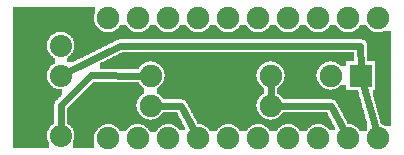
<source format=gbl>
G04 MADE WITH FRITZING*
G04 WWW.FRITZING.ORG*
G04 DOUBLE SIDED*
G04 HOLES PLATED*
G04 CONTOUR ON CENTER OF CONTOUR VECTOR*
%ASAXBY*%
%FSLAX23Y23*%
%MOIN*%
%OFA0B0*%
%SFA1.0B1.0*%
%ADD10C,0.075000*%
%ADD11C,0.073749*%
%ADD12C,0.075334*%
%ADD13R,0.075000X0.075000*%
%ADD14C,0.024000*%
%LNCOPPER0*%
G90*
G70*
G54D10*
X104Y351D03*
X610Y262D03*
X318Y201D03*
G54D11*
X198Y381D03*
X198Y281D03*
X198Y81D03*
G54D10*
X498Y281D03*
X898Y281D03*
X498Y181D03*
X898Y181D03*
G54D12*
X556Y472D03*
X656Y472D03*
X756Y472D03*
X856Y472D03*
X956Y472D03*
X1056Y472D03*
X1156Y472D03*
X1256Y472D03*
X656Y72D03*
X756Y72D03*
X856Y72D03*
X956Y72D03*
X1056Y72D03*
X1156Y72D03*
X1256Y72D03*
X556Y72D03*
X456Y472D03*
X455Y72D03*
X356Y472D03*
X356Y72D03*
G54D10*
X1198Y281D03*
X1098Y281D03*
G54D13*
X1198Y281D03*
G54D14*
X598Y181D02*
X527Y181D01*
D02*
X641Y100D02*
X598Y181D01*
D02*
X898Y253D02*
X898Y210D01*
D02*
X1141Y100D02*
X1098Y181D01*
D02*
X1098Y181D02*
X927Y181D01*
D02*
X227Y296D02*
X397Y380D01*
D02*
X397Y380D02*
X1197Y381D01*
D02*
X1197Y381D02*
X1198Y310D01*
D02*
X198Y182D02*
X298Y282D01*
D02*
X298Y282D02*
X469Y281D01*
D02*
X198Y113D02*
X198Y182D01*
D02*
X1206Y254D02*
X1248Y103D01*
G36*
X40Y511D02*
X40Y427D01*
X210Y427D01*
X210Y425D01*
X346Y425D01*
X346Y427D01*
X340Y427D01*
X340Y429D01*
X336Y429D01*
X336Y431D01*
X332Y431D01*
X332Y433D01*
X330Y433D01*
X330Y435D01*
X328Y435D01*
X328Y437D01*
X326Y437D01*
X326Y439D01*
X322Y439D01*
X322Y443D01*
X320Y443D01*
X320Y445D01*
X318Y445D01*
X318Y447D01*
X316Y447D01*
X316Y451D01*
X314Y451D01*
X314Y455D01*
X312Y455D01*
X312Y459D01*
X310Y459D01*
X310Y467D01*
X308Y467D01*
X308Y477D01*
X310Y477D01*
X310Y485D01*
X312Y485D01*
X312Y491D01*
X314Y491D01*
X314Y511D01*
X40Y511D01*
G37*
D02*
G36*
X396Y449D02*
X396Y447D01*
X394Y447D01*
X394Y445D01*
X392Y445D01*
X392Y441D01*
X390Y441D01*
X390Y439D01*
X388Y439D01*
X388Y437D01*
X384Y437D01*
X384Y435D01*
X382Y435D01*
X382Y433D01*
X380Y433D01*
X380Y431D01*
X376Y431D01*
X376Y429D01*
X372Y429D01*
X372Y427D01*
X366Y427D01*
X366Y425D01*
X446Y425D01*
X446Y427D01*
X440Y427D01*
X440Y429D01*
X436Y429D01*
X436Y431D01*
X432Y431D01*
X432Y433D01*
X430Y433D01*
X430Y435D01*
X428Y435D01*
X428Y437D01*
X426Y437D01*
X426Y439D01*
X422Y439D01*
X422Y443D01*
X420Y443D01*
X420Y445D01*
X418Y445D01*
X418Y447D01*
X416Y447D01*
X416Y449D01*
X396Y449D01*
G37*
D02*
G36*
X496Y449D02*
X496Y447D01*
X494Y447D01*
X494Y445D01*
X492Y445D01*
X492Y441D01*
X490Y441D01*
X490Y439D01*
X488Y439D01*
X488Y437D01*
X484Y437D01*
X484Y435D01*
X482Y435D01*
X482Y433D01*
X480Y433D01*
X480Y431D01*
X476Y431D01*
X476Y429D01*
X472Y429D01*
X472Y427D01*
X466Y427D01*
X466Y425D01*
X546Y425D01*
X546Y427D01*
X540Y427D01*
X540Y429D01*
X536Y429D01*
X536Y431D01*
X532Y431D01*
X532Y433D01*
X530Y433D01*
X530Y435D01*
X528Y435D01*
X528Y437D01*
X526Y437D01*
X526Y439D01*
X522Y439D01*
X522Y443D01*
X520Y443D01*
X520Y445D01*
X518Y445D01*
X518Y447D01*
X516Y447D01*
X516Y449D01*
X496Y449D01*
G37*
D02*
G36*
X596Y449D02*
X596Y447D01*
X594Y447D01*
X594Y445D01*
X592Y445D01*
X592Y441D01*
X590Y441D01*
X590Y439D01*
X588Y439D01*
X588Y437D01*
X584Y437D01*
X584Y435D01*
X582Y435D01*
X582Y433D01*
X580Y433D01*
X580Y431D01*
X576Y431D01*
X576Y429D01*
X572Y429D01*
X572Y427D01*
X566Y427D01*
X566Y425D01*
X646Y425D01*
X646Y427D01*
X640Y427D01*
X640Y429D01*
X636Y429D01*
X636Y431D01*
X632Y431D01*
X632Y433D01*
X630Y433D01*
X630Y435D01*
X628Y435D01*
X628Y437D01*
X626Y437D01*
X626Y439D01*
X622Y439D01*
X622Y443D01*
X620Y443D01*
X620Y445D01*
X618Y445D01*
X618Y447D01*
X616Y447D01*
X616Y449D01*
X596Y449D01*
G37*
D02*
G36*
X696Y449D02*
X696Y447D01*
X694Y447D01*
X694Y445D01*
X692Y445D01*
X692Y441D01*
X690Y441D01*
X690Y439D01*
X688Y439D01*
X688Y437D01*
X684Y437D01*
X684Y435D01*
X682Y435D01*
X682Y433D01*
X680Y433D01*
X680Y431D01*
X676Y431D01*
X676Y429D01*
X672Y429D01*
X672Y427D01*
X666Y427D01*
X666Y425D01*
X746Y425D01*
X746Y427D01*
X740Y427D01*
X740Y429D01*
X736Y429D01*
X736Y431D01*
X732Y431D01*
X732Y433D01*
X730Y433D01*
X730Y435D01*
X728Y435D01*
X728Y437D01*
X726Y437D01*
X726Y439D01*
X722Y439D01*
X722Y443D01*
X720Y443D01*
X720Y445D01*
X718Y445D01*
X718Y447D01*
X716Y447D01*
X716Y449D01*
X696Y449D01*
G37*
D02*
G36*
X796Y449D02*
X796Y447D01*
X794Y447D01*
X794Y445D01*
X792Y445D01*
X792Y441D01*
X790Y441D01*
X790Y439D01*
X788Y439D01*
X788Y437D01*
X784Y437D01*
X784Y435D01*
X782Y435D01*
X782Y433D01*
X780Y433D01*
X780Y431D01*
X776Y431D01*
X776Y429D01*
X772Y429D01*
X772Y427D01*
X766Y427D01*
X766Y425D01*
X846Y425D01*
X846Y427D01*
X840Y427D01*
X840Y429D01*
X836Y429D01*
X836Y431D01*
X832Y431D01*
X832Y433D01*
X830Y433D01*
X830Y435D01*
X828Y435D01*
X828Y437D01*
X826Y437D01*
X826Y439D01*
X822Y439D01*
X822Y443D01*
X820Y443D01*
X820Y445D01*
X818Y445D01*
X818Y447D01*
X816Y447D01*
X816Y449D01*
X796Y449D01*
G37*
D02*
G36*
X896Y449D02*
X896Y447D01*
X894Y447D01*
X894Y445D01*
X892Y445D01*
X892Y441D01*
X890Y441D01*
X890Y439D01*
X888Y439D01*
X888Y437D01*
X884Y437D01*
X884Y435D01*
X882Y435D01*
X882Y433D01*
X880Y433D01*
X880Y431D01*
X876Y431D01*
X876Y429D01*
X872Y429D01*
X872Y427D01*
X866Y427D01*
X866Y425D01*
X946Y425D01*
X946Y427D01*
X940Y427D01*
X940Y429D01*
X936Y429D01*
X936Y431D01*
X932Y431D01*
X932Y433D01*
X930Y433D01*
X930Y435D01*
X928Y435D01*
X928Y437D01*
X926Y437D01*
X926Y439D01*
X922Y439D01*
X922Y443D01*
X920Y443D01*
X920Y445D01*
X918Y445D01*
X918Y447D01*
X916Y447D01*
X916Y449D01*
X896Y449D01*
G37*
D02*
G36*
X996Y449D02*
X996Y447D01*
X994Y447D01*
X994Y445D01*
X992Y445D01*
X992Y441D01*
X990Y441D01*
X990Y439D01*
X988Y439D01*
X988Y437D01*
X984Y437D01*
X984Y435D01*
X982Y435D01*
X982Y433D01*
X980Y433D01*
X980Y431D01*
X976Y431D01*
X976Y429D01*
X972Y429D01*
X972Y427D01*
X966Y427D01*
X966Y425D01*
X1046Y425D01*
X1046Y427D01*
X1040Y427D01*
X1040Y429D01*
X1036Y429D01*
X1036Y431D01*
X1032Y431D01*
X1032Y433D01*
X1030Y433D01*
X1030Y435D01*
X1028Y435D01*
X1028Y437D01*
X1026Y437D01*
X1026Y439D01*
X1022Y439D01*
X1022Y443D01*
X1020Y443D01*
X1020Y445D01*
X1018Y445D01*
X1018Y447D01*
X1016Y447D01*
X1016Y449D01*
X996Y449D01*
G37*
D02*
G36*
X1096Y449D02*
X1096Y447D01*
X1094Y447D01*
X1094Y445D01*
X1092Y445D01*
X1092Y441D01*
X1090Y441D01*
X1090Y439D01*
X1088Y439D01*
X1088Y437D01*
X1084Y437D01*
X1084Y435D01*
X1082Y435D01*
X1082Y433D01*
X1080Y433D01*
X1080Y431D01*
X1076Y431D01*
X1076Y429D01*
X1072Y429D01*
X1072Y427D01*
X1066Y427D01*
X1066Y425D01*
X1146Y425D01*
X1146Y427D01*
X1140Y427D01*
X1140Y429D01*
X1136Y429D01*
X1136Y431D01*
X1132Y431D01*
X1132Y433D01*
X1130Y433D01*
X1130Y435D01*
X1128Y435D01*
X1128Y437D01*
X1126Y437D01*
X1126Y439D01*
X1122Y439D01*
X1122Y443D01*
X1120Y443D01*
X1120Y445D01*
X1118Y445D01*
X1118Y447D01*
X1116Y447D01*
X1116Y449D01*
X1096Y449D01*
G37*
D02*
G36*
X1196Y449D02*
X1196Y447D01*
X1194Y447D01*
X1194Y445D01*
X1192Y445D01*
X1192Y441D01*
X1190Y441D01*
X1190Y439D01*
X1188Y439D01*
X1188Y437D01*
X1184Y437D01*
X1184Y435D01*
X1182Y435D01*
X1182Y433D01*
X1180Y433D01*
X1180Y431D01*
X1176Y431D01*
X1176Y429D01*
X1172Y429D01*
X1172Y427D01*
X1166Y427D01*
X1166Y425D01*
X1246Y425D01*
X1246Y427D01*
X1240Y427D01*
X1240Y429D01*
X1236Y429D01*
X1236Y431D01*
X1232Y431D01*
X1232Y433D01*
X1230Y433D01*
X1230Y435D01*
X1228Y435D01*
X1228Y437D01*
X1226Y437D01*
X1226Y439D01*
X1222Y439D01*
X1222Y443D01*
X1220Y443D01*
X1220Y445D01*
X1218Y445D01*
X1218Y447D01*
X1216Y447D01*
X1216Y449D01*
X1196Y449D01*
G37*
D02*
G36*
X1276Y431D02*
X1276Y429D01*
X1272Y429D01*
X1272Y427D01*
X1266Y427D01*
X1266Y425D01*
X1298Y425D01*
X1298Y431D01*
X1276Y431D01*
G37*
D02*
G36*
X40Y427D02*
X40Y41D01*
X158Y41D01*
X158Y61D01*
X156Y61D01*
X156Y65D01*
X154Y65D01*
X154Y69D01*
X152Y69D01*
X152Y93D01*
X154Y93D01*
X154Y97D01*
X156Y97D01*
X156Y101D01*
X158Y101D01*
X158Y105D01*
X160Y105D01*
X160Y107D01*
X162Y107D01*
X162Y109D01*
X164Y109D01*
X164Y113D01*
X166Y113D01*
X166Y115D01*
X170Y115D01*
X170Y117D01*
X172Y117D01*
X172Y119D01*
X174Y119D01*
X174Y121D01*
X176Y121D01*
X176Y187D01*
X178Y187D01*
X178Y193D01*
X180Y193D01*
X180Y195D01*
X182Y195D01*
X182Y197D01*
X184Y197D01*
X184Y199D01*
X186Y199D01*
X186Y201D01*
X188Y201D01*
X188Y203D01*
X190Y203D01*
X190Y205D01*
X192Y205D01*
X192Y207D01*
X194Y207D01*
X194Y209D01*
X196Y209D01*
X196Y211D01*
X198Y211D01*
X198Y213D01*
X200Y213D01*
X200Y215D01*
X202Y215D01*
X202Y235D01*
X186Y235D01*
X186Y237D01*
X182Y237D01*
X182Y239D01*
X178Y239D01*
X178Y241D01*
X174Y241D01*
X174Y243D01*
X172Y243D01*
X172Y245D01*
X170Y245D01*
X170Y247D01*
X166Y247D01*
X166Y249D01*
X164Y249D01*
X164Y253D01*
X162Y253D01*
X162Y255D01*
X160Y255D01*
X160Y257D01*
X158Y257D01*
X158Y261D01*
X156Y261D01*
X156Y265D01*
X154Y265D01*
X154Y269D01*
X152Y269D01*
X152Y293D01*
X154Y293D01*
X154Y297D01*
X156Y297D01*
X156Y301D01*
X158Y301D01*
X158Y305D01*
X160Y305D01*
X160Y307D01*
X162Y307D01*
X162Y309D01*
X164Y309D01*
X164Y313D01*
X166Y313D01*
X166Y315D01*
X170Y315D01*
X170Y317D01*
X172Y317D01*
X172Y319D01*
X174Y319D01*
X174Y321D01*
X178Y321D01*
X178Y341D01*
X174Y341D01*
X174Y343D01*
X172Y343D01*
X172Y345D01*
X170Y345D01*
X170Y347D01*
X166Y347D01*
X166Y349D01*
X164Y349D01*
X164Y353D01*
X162Y353D01*
X162Y355D01*
X160Y355D01*
X160Y357D01*
X158Y357D01*
X158Y361D01*
X156Y361D01*
X156Y365D01*
X154Y365D01*
X154Y369D01*
X152Y369D01*
X152Y393D01*
X154Y393D01*
X154Y397D01*
X156Y397D01*
X156Y401D01*
X158Y401D01*
X158Y405D01*
X160Y405D01*
X160Y407D01*
X162Y407D01*
X162Y409D01*
X164Y409D01*
X164Y413D01*
X166Y413D01*
X166Y415D01*
X170Y415D01*
X170Y417D01*
X172Y417D01*
X172Y419D01*
X174Y419D01*
X174Y421D01*
X178Y421D01*
X178Y423D01*
X182Y423D01*
X182Y425D01*
X186Y425D01*
X186Y427D01*
X40Y427D01*
G37*
D02*
G36*
X214Y425D02*
X214Y423D01*
X1298Y423D01*
X1298Y425D01*
X214Y425D01*
G37*
D02*
G36*
X214Y425D02*
X214Y423D01*
X1298Y423D01*
X1298Y425D01*
X214Y425D01*
G37*
D02*
G36*
X214Y425D02*
X214Y423D01*
X1298Y423D01*
X1298Y425D01*
X214Y425D01*
G37*
D02*
G36*
X214Y425D02*
X214Y423D01*
X1298Y423D01*
X1298Y425D01*
X214Y425D01*
G37*
D02*
G36*
X214Y425D02*
X214Y423D01*
X1298Y423D01*
X1298Y425D01*
X214Y425D01*
G37*
D02*
G36*
X214Y425D02*
X214Y423D01*
X1298Y423D01*
X1298Y425D01*
X214Y425D01*
G37*
D02*
G36*
X214Y425D02*
X214Y423D01*
X1298Y423D01*
X1298Y425D01*
X214Y425D01*
G37*
D02*
G36*
X214Y425D02*
X214Y423D01*
X1298Y423D01*
X1298Y425D01*
X214Y425D01*
G37*
D02*
G36*
X214Y425D02*
X214Y423D01*
X1298Y423D01*
X1298Y425D01*
X214Y425D01*
G37*
D02*
G36*
X214Y425D02*
X214Y423D01*
X1298Y423D01*
X1298Y425D01*
X214Y425D01*
G37*
D02*
G36*
X214Y425D02*
X214Y423D01*
X1298Y423D01*
X1298Y425D01*
X214Y425D01*
G37*
D02*
G36*
X218Y423D02*
X218Y421D01*
X222Y421D01*
X222Y419D01*
X224Y419D01*
X224Y417D01*
X226Y417D01*
X226Y415D01*
X230Y415D01*
X230Y413D01*
X232Y413D01*
X232Y409D01*
X234Y409D01*
X234Y407D01*
X236Y407D01*
X236Y405D01*
X238Y405D01*
X238Y403D01*
X1204Y403D01*
X1204Y401D01*
X1208Y401D01*
X1208Y399D01*
X1212Y399D01*
X1212Y397D01*
X1214Y397D01*
X1214Y395D01*
X1216Y395D01*
X1216Y391D01*
X1218Y391D01*
X1218Y385D01*
X1220Y385D01*
X1220Y329D01*
X1246Y329D01*
X1246Y233D01*
X1240Y233D01*
X1240Y209D01*
X1242Y209D01*
X1242Y201D01*
X1244Y201D01*
X1244Y195D01*
X1246Y195D01*
X1246Y187D01*
X1248Y187D01*
X1248Y179D01*
X1250Y179D01*
X1250Y173D01*
X1252Y173D01*
X1252Y165D01*
X1254Y165D01*
X1254Y159D01*
X1256Y159D01*
X1256Y151D01*
X1258Y151D01*
X1258Y145D01*
X1260Y145D01*
X1260Y137D01*
X1262Y137D01*
X1262Y129D01*
X1264Y129D01*
X1264Y123D01*
X1266Y123D01*
X1266Y119D01*
X1268Y119D01*
X1268Y117D01*
X1272Y117D01*
X1272Y115D01*
X1276Y115D01*
X1276Y113D01*
X1298Y113D01*
X1298Y423D01*
X218Y423D01*
G37*
D02*
G36*
X238Y403D02*
X238Y401D01*
X240Y401D01*
X240Y397D01*
X242Y397D01*
X242Y393D01*
X244Y393D01*
X244Y369D01*
X242Y369D01*
X242Y365D01*
X240Y365D01*
X240Y361D01*
X238Y361D01*
X238Y357D01*
X236Y357D01*
X236Y355D01*
X234Y355D01*
X234Y353D01*
X232Y353D01*
X232Y349D01*
X230Y349D01*
X230Y347D01*
X226Y347D01*
X226Y345D01*
X224Y345D01*
X224Y343D01*
X222Y343D01*
X222Y341D01*
X218Y341D01*
X218Y325D01*
X238Y325D01*
X238Y327D01*
X242Y327D01*
X242Y329D01*
X246Y329D01*
X246Y331D01*
X250Y331D01*
X250Y333D01*
X254Y333D01*
X254Y335D01*
X258Y335D01*
X258Y337D01*
X262Y337D01*
X262Y339D01*
X268Y339D01*
X268Y341D01*
X272Y341D01*
X272Y343D01*
X276Y343D01*
X276Y345D01*
X280Y345D01*
X280Y347D01*
X284Y347D01*
X284Y349D01*
X288Y349D01*
X288Y351D01*
X292Y351D01*
X292Y353D01*
X296Y353D01*
X296Y355D01*
X300Y355D01*
X300Y357D01*
X304Y357D01*
X304Y359D01*
X308Y359D01*
X308Y361D01*
X312Y361D01*
X312Y363D01*
X316Y363D01*
X316Y365D01*
X320Y365D01*
X320Y367D01*
X324Y367D01*
X324Y369D01*
X328Y369D01*
X328Y371D01*
X332Y371D01*
X332Y373D01*
X336Y373D01*
X336Y375D01*
X340Y375D01*
X340Y377D01*
X344Y377D01*
X344Y379D01*
X348Y379D01*
X348Y381D01*
X352Y381D01*
X352Y383D01*
X356Y383D01*
X356Y385D01*
X360Y385D01*
X360Y387D01*
X364Y387D01*
X364Y389D01*
X368Y389D01*
X368Y391D01*
X372Y391D01*
X372Y393D01*
X376Y393D01*
X376Y395D01*
X380Y395D01*
X380Y397D01*
X384Y397D01*
X384Y399D01*
X388Y399D01*
X388Y401D01*
X394Y401D01*
X394Y403D01*
X238Y403D01*
G37*
D02*
G36*
X402Y359D02*
X402Y357D01*
X398Y357D01*
X398Y355D01*
X394Y355D01*
X394Y353D01*
X390Y353D01*
X390Y351D01*
X386Y351D01*
X386Y349D01*
X382Y349D01*
X382Y347D01*
X378Y347D01*
X378Y345D01*
X374Y345D01*
X374Y343D01*
X370Y343D01*
X370Y341D01*
X366Y341D01*
X366Y339D01*
X362Y339D01*
X362Y337D01*
X358Y337D01*
X358Y335D01*
X354Y335D01*
X354Y333D01*
X350Y333D01*
X350Y331D01*
X346Y331D01*
X346Y329D01*
X1104Y329D01*
X1104Y327D01*
X1110Y327D01*
X1110Y325D01*
X1116Y325D01*
X1116Y323D01*
X1120Y323D01*
X1120Y321D01*
X1122Y321D01*
X1122Y319D01*
X1126Y319D01*
X1126Y317D01*
X1128Y317D01*
X1128Y315D01*
X1130Y315D01*
X1130Y313D01*
X1150Y313D01*
X1150Y329D01*
X1176Y329D01*
X1176Y359D01*
X402Y359D01*
G37*
D02*
G36*
X342Y329D02*
X342Y327D01*
X338Y327D01*
X338Y325D01*
X334Y325D01*
X334Y323D01*
X330Y323D01*
X330Y303D01*
X458Y303D01*
X458Y305D01*
X460Y305D01*
X460Y309D01*
X462Y309D01*
X462Y311D01*
X464Y311D01*
X464Y313D01*
X466Y313D01*
X466Y315D01*
X468Y315D01*
X468Y317D01*
X470Y317D01*
X470Y319D01*
X474Y319D01*
X474Y321D01*
X476Y321D01*
X476Y323D01*
X480Y323D01*
X480Y325D01*
X486Y325D01*
X486Y327D01*
X492Y327D01*
X492Y329D01*
X342Y329D01*
G37*
D02*
G36*
X504Y329D02*
X504Y327D01*
X510Y327D01*
X510Y325D01*
X516Y325D01*
X516Y323D01*
X520Y323D01*
X520Y321D01*
X522Y321D01*
X522Y319D01*
X526Y319D01*
X526Y317D01*
X528Y317D01*
X528Y315D01*
X530Y315D01*
X530Y313D01*
X532Y313D01*
X532Y311D01*
X534Y311D01*
X534Y309D01*
X536Y309D01*
X536Y305D01*
X538Y305D01*
X538Y303D01*
X540Y303D01*
X540Y299D01*
X542Y299D01*
X542Y293D01*
X544Y293D01*
X544Y287D01*
X546Y287D01*
X546Y275D01*
X544Y275D01*
X544Y269D01*
X542Y269D01*
X542Y263D01*
X540Y263D01*
X540Y259D01*
X538Y259D01*
X538Y257D01*
X536Y257D01*
X536Y253D01*
X534Y253D01*
X534Y251D01*
X532Y251D01*
X532Y249D01*
X530Y249D01*
X530Y247D01*
X528Y247D01*
X528Y245D01*
X526Y245D01*
X526Y243D01*
X522Y243D01*
X522Y241D01*
X520Y241D01*
X520Y221D01*
X522Y221D01*
X522Y219D01*
X526Y219D01*
X526Y217D01*
X528Y217D01*
X528Y215D01*
X530Y215D01*
X530Y213D01*
X532Y213D01*
X532Y211D01*
X534Y211D01*
X534Y209D01*
X536Y209D01*
X536Y205D01*
X538Y205D01*
X538Y203D01*
X604Y203D01*
X604Y201D01*
X608Y201D01*
X608Y199D01*
X612Y199D01*
X612Y197D01*
X614Y197D01*
X614Y195D01*
X616Y195D01*
X616Y191D01*
X618Y191D01*
X618Y187D01*
X620Y187D01*
X620Y185D01*
X622Y185D01*
X622Y181D01*
X624Y181D01*
X624Y177D01*
X626Y177D01*
X626Y173D01*
X628Y173D01*
X628Y169D01*
X630Y169D01*
X630Y165D01*
X632Y165D01*
X632Y161D01*
X634Y161D01*
X634Y157D01*
X636Y157D01*
X636Y155D01*
X638Y155D01*
X638Y151D01*
X640Y151D01*
X640Y147D01*
X642Y147D01*
X642Y143D01*
X644Y143D01*
X644Y139D01*
X646Y139D01*
X646Y135D01*
X648Y135D01*
X648Y133D01*
X892Y133D01*
X892Y135D01*
X886Y135D01*
X886Y137D01*
X880Y137D01*
X880Y139D01*
X876Y139D01*
X876Y141D01*
X874Y141D01*
X874Y143D01*
X870Y143D01*
X870Y145D01*
X868Y145D01*
X868Y147D01*
X866Y147D01*
X866Y149D01*
X864Y149D01*
X864Y151D01*
X862Y151D01*
X862Y153D01*
X860Y153D01*
X860Y157D01*
X858Y157D01*
X858Y159D01*
X856Y159D01*
X856Y163D01*
X854Y163D01*
X854Y169D01*
X852Y169D01*
X852Y175D01*
X850Y175D01*
X850Y187D01*
X852Y187D01*
X852Y193D01*
X854Y193D01*
X854Y199D01*
X856Y199D01*
X856Y203D01*
X858Y203D01*
X858Y205D01*
X860Y205D01*
X860Y209D01*
X862Y209D01*
X862Y211D01*
X864Y211D01*
X864Y213D01*
X866Y213D01*
X866Y215D01*
X868Y215D01*
X868Y217D01*
X870Y217D01*
X870Y219D01*
X874Y219D01*
X874Y221D01*
X876Y221D01*
X876Y241D01*
X874Y241D01*
X874Y243D01*
X870Y243D01*
X870Y245D01*
X868Y245D01*
X868Y247D01*
X866Y247D01*
X866Y249D01*
X864Y249D01*
X864Y251D01*
X862Y251D01*
X862Y253D01*
X860Y253D01*
X860Y257D01*
X858Y257D01*
X858Y259D01*
X856Y259D01*
X856Y263D01*
X854Y263D01*
X854Y269D01*
X852Y269D01*
X852Y275D01*
X850Y275D01*
X850Y287D01*
X852Y287D01*
X852Y293D01*
X854Y293D01*
X854Y299D01*
X856Y299D01*
X856Y303D01*
X858Y303D01*
X858Y305D01*
X860Y305D01*
X860Y309D01*
X862Y309D01*
X862Y311D01*
X864Y311D01*
X864Y313D01*
X866Y313D01*
X866Y315D01*
X868Y315D01*
X868Y317D01*
X870Y317D01*
X870Y319D01*
X874Y319D01*
X874Y321D01*
X876Y321D01*
X876Y323D01*
X880Y323D01*
X880Y325D01*
X886Y325D01*
X886Y327D01*
X892Y327D01*
X892Y329D01*
X504Y329D01*
G37*
D02*
G36*
X904Y329D02*
X904Y327D01*
X910Y327D01*
X910Y325D01*
X916Y325D01*
X916Y323D01*
X920Y323D01*
X920Y321D01*
X922Y321D01*
X922Y319D01*
X926Y319D01*
X926Y317D01*
X928Y317D01*
X928Y315D01*
X930Y315D01*
X930Y313D01*
X932Y313D01*
X932Y311D01*
X934Y311D01*
X934Y309D01*
X936Y309D01*
X936Y305D01*
X938Y305D01*
X938Y303D01*
X940Y303D01*
X940Y299D01*
X942Y299D01*
X942Y293D01*
X944Y293D01*
X944Y287D01*
X946Y287D01*
X946Y275D01*
X944Y275D01*
X944Y269D01*
X942Y269D01*
X942Y263D01*
X940Y263D01*
X940Y259D01*
X938Y259D01*
X938Y257D01*
X936Y257D01*
X936Y253D01*
X934Y253D01*
X934Y251D01*
X932Y251D01*
X932Y249D01*
X930Y249D01*
X930Y247D01*
X928Y247D01*
X928Y245D01*
X926Y245D01*
X926Y243D01*
X922Y243D01*
X922Y241D01*
X920Y241D01*
X920Y233D01*
X1092Y233D01*
X1092Y235D01*
X1086Y235D01*
X1086Y237D01*
X1080Y237D01*
X1080Y239D01*
X1076Y239D01*
X1076Y241D01*
X1074Y241D01*
X1074Y243D01*
X1070Y243D01*
X1070Y245D01*
X1068Y245D01*
X1068Y247D01*
X1066Y247D01*
X1066Y249D01*
X1064Y249D01*
X1064Y251D01*
X1062Y251D01*
X1062Y253D01*
X1060Y253D01*
X1060Y257D01*
X1058Y257D01*
X1058Y259D01*
X1056Y259D01*
X1056Y263D01*
X1054Y263D01*
X1054Y269D01*
X1052Y269D01*
X1052Y275D01*
X1050Y275D01*
X1050Y287D01*
X1052Y287D01*
X1052Y293D01*
X1054Y293D01*
X1054Y299D01*
X1056Y299D01*
X1056Y303D01*
X1058Y303D01*
X1058Y305D01*
X1060Y305D01*
X1060Y309D01*
X1062Y309D01*
X1062Y311D01*
X1064Y311D01*
X1064Y313D01*
X1066Y313D01*
X1066Y315D01*
X1068Y315D01*
X1068Y317D01*
X1070Y317D01*
X1070Y319D01*
X1074Y319D01*
X1074Y321D01*
X1076Y321D01*
X1076Y323D01*
X1080Y323D01*
X1080Y325D01*
X1086Y325D01*
X1086Y327D01*
X1092Y327D01*
X1092Y329D01*
X904Y329D01*
G37*
D02*
G36*
X1130Y249D02*
X1130Y247D01*
X1128Y247D01*
X1128Y245D01*
X1126Y245D01*
X1126Y243D01*
X1122Y243D01*
X1122Y241D01*
X1120Y241D01*
X1120Y239D01*
X1116Y239D01*
X1116Y237D01*
X1110Y237D01*
X1110Y235D01*
X1104Y235D01*
X1104Y233D01*
X1150Y233D01*
X1150Y249D01*
X1130Y249D01*
G37*
D02*
G36*
X920Y233D02*
X920Y231D01*
X1188Y231D01*
X1188Y233D01*
X920Y233D01*
G37*
D02*
G36*
X920Y233D02*
X920Y231D01*
X1188Y231D01*
X1188Y233D01*
X920Y233D01*
G37*
D02*
G36*
X920Y231D02*
X920Y221D01*
X922Y221D01*
X922Y219D01*
X926Y219D01*
X926Y217D01*
X928Y217D01*
X928Y215D01*
X930Y215D01*
X930Y213D01*
X932Y213D01*
X932Y211D01*
X934Y211D01*
X934Y209D01*
X936Y209D01*
X936Y205D01*
X938Y205D01*
X938Y203D01*
X1104Y203D01*
X1104Y201D01*
X1108Y201D01*
X1108Y199D01*
X1112Y199D01*
X1112Y197D01*
X1114Y197D01*
X1114Y195D01*
X1116Y195D01*
X1116Y191D01*
X1118Y191D01*
X1118Y189D01*
X1120Y189D01*
X1120Y185D01*
X1122Y185D01*
X1122Y181D01*
X1124Y181D01*
X1124Y177D01*
X1126Y177D01*
X1126Y173D01*
X1128Y173D01*
X1128Y169D01*
X1130Y169D01*
X1130Y165D01*
X1132Y165D01*
X1132Y163D01*
X1134Y163D01*
X1134Y159D01*
X1136Y159D01*
X1136Y155D01*
X1138Y155D01*
X1138Y151D01*
X1140Y151D01*
X1140Y147D01*
X1142Y147D01*
X1142Y143D01*
X1144Y143D01*
X1144Y139D01*
X1146Y139D01*
X1146Y135D01*
X1148Y135D01*
X1148Y133D01*
X1150Y133D01*
X1150Y129D01*
X1152Y129D01*
X1152Y125D01*
X1154Y125D01*
X1154Y121D01*
X1156Y121D01*
X1156Y119D01*
X1168Y119D01*
X1168Y117D01*
X1172Y117D01*
X1172Y115D01*
X1176Y115D01*
X1176Y113D01*
X1180Y113D01*
X1180Y111D01*
X1182Y111D01*
X1182Y109D01*
X1186Y109D01*
X1186Y107D01*
X1188Y107D01*
X1188Y105D01*
X1190Y105D01*
X1190Y103D01*
X1192Y103D01*
X1192Y101D01*
X1194Y101D01*
X1194Y97D01*
X1196Y97D01*
X1196Y95D01*
X1216Y95D01*
X1216Y97D01*
X1218Y97D01*
X1218Y99D01*
X1220Y99D01*
X1220Y123D01*
X1218Y123D01*
X1218Y131D01*
X1216Y131D01*
X1216Y137D01*
X1214Y137D01*
X1214Y145D01*
X1212Y145D01*
X1212Y153D01*
X1210Y153D01*
X1210Y159D01*
X1208Y159D01*
X1208Y167D01*
X1206Y167D01*
X1206Y173D01*
X1204Y173D01*
X1204Y181D01*
X1202Y181D01*
X1202Y189D01*
X1200Y189D01*
X1200Y195D01*
X1198Y195D01*
X1198Y203D01*
X1196Y203D01*
X1196Y209D01*
X1194Y209D01*
X1194Y217D01*
X1192Y217D01*
X1192Y225D01*
X1190Y225D01*
X1190Y231D01*
X920Y231D01*
G37*
D02*
G36*
X938Y159D02*
X938Y157D01*
X936Y157D01*
X936Y153D01*
X934Y153D01*
X934Y151D01*
X932Y151D01*
X932Y149D01*
X930Y149D01*
X930Y147D01*
X928Y147D01*
X928Y145D01*
X926Y145D01*
X926Y143D01*
X922Y143D01*
X922Y141D01*
X920Y141D01*
X920Y139D01*
X916Y139D01*
X916Y137D01*
X910Y137D01*
X910Y135D01*
X904Y135D01*
X904Y133D01*
X1098Y133D01*
X1098Y137D01*
X1096Y137D01*
X1096Y139D01*
X1094Y139D01*
X1094Y143D01*
X1092Y143D01*
X1092Y147D01*
X1090Y147D01*
X1090Y151D01*
X1088Y151D01*
X1088Y155D01*
X1086Y155D01*
X1086Y159D01*
X938Y159D01*
G37*
D02*
G36*
X648Y133D02*
X648Y131D01*
X1100Y131D01*
X1100Y133D01*
X648Y133D01*
G37*
D02*
G36*
X648Y133D02*
X648Y131D01*
X1100Y131D01*
X1100Y133D01*
X648Y133D01*
G37*
D02*
G36*
X650Y131D02*
X650Y129D01*
X652Y129D01*
X652Y125D01*
X654Y125D01*
X654Y121D01*
X656Y121D01*
X656Y119D01*
X1068Y119D01*
X1068Y117D01*
X1072Y117D01*
X1072Y115D01*
X1076Y115D01*
X1076Y113D01*
X1080Y113D01*
X1080Y111D01*
X1082Y111D01*
X1082Y109D01*
X1086Y109D01*
X1086Y107D01*
X1088Y107D01*
X1088Y105D01*
X1090Y105D01*
X1090Y103D01*
X1092Y103D01*
X1092Y101D01*
X1112Y101D01*
X1112Y109D01*
X1110Y109D01*
X1110Y113D01*
X1108Y113D01*
X1108Y117D01*
X1106Y117D01*
X1106Y121D01*
X1104Y121D01*
X1104Y125D01*
X1102Y125D01*
X1102Y129D01*
X1100Y129D01*
X1100Y131D01*
X650Y131D01*
G37*
D02*
G36*
X668Y119D02*
X668Y117D01*
X672Y117D01*
X672Y115D01*
X676Y115D01*
X676Y113D01*
X680Y113D01*
X680Y111D01*
X682Y111D01*
X682Y109D01*
X686Y109D01*
X686Y107D01*
X688Y107D01*
X688Y105D01*
X690Y105D01*
X690Y103D01*
X692Y103D01*
X692Y101D01*
X694Y101D01*
X694Y97D01*
X696Y97D01*
X696Y95D01*
X716Y95D01*
X716Y97D01*
X718Y97D01*
X718Y99D01*
X720Y99D01*
X720Y101D01*
X722Y101D01*
X722Y105D01*
X724Y105D01*
X724Y107D01*
X728Y107D01*
X728Y109D01*
X730Y109D01*
X730Y111D01*
X732Y111D01*
X732Y113D01*
X736Y113D01*
X736Y115D01*
X740Y115D01*
X740Y117D01*
X746Y117D01*
X746Y119D01*
X668Y119D01*
G37*
D02*
G36*
X768Y119D02*
X768Y117D01*
X772Y117D01*
X772Y115D01*
X776Y115D01*
X776Y113D01*
X780Y113D01*
X780Y111D01*
X782Y111D01*
X782Y109D01*
X786Y109D01*
X786Y107D01*
X788Y107D01*
X788Y105D01*
X790Y105D01*
X790Y103D01*
X792Y103D01*
X792Y101D01*
X794Y101D01*
X794Y97D01*
X796Y97D01*
X796Y95D01*
X816Y95D01*
X816Y97D01*
X818Y97D01*
X818Y99D01*
X820Y99D01*
X820Y101D01*
X822Y101D01*
X822Y105D01*
X824Y105D01*
X824Y107D01*
X828Y107D01*
X828Y109D01*
X830Y109D01*
X830Y111D01*
X832Y111D01*
X832Y113D01*
X836Y113D01*
X836Y115D01*
X840Y115D01*
X840Y117D01*
X846Y117D01*
X846Y119D01*
X768Y119D01*
G37*
D02*
G36*
X868Y119D02*
X868Y117D01*
X872Y117D01*
X872Y115D01*
X876Y115D01*
X876Y113D01*
X880Y113D01*
X880Y111D01*
X882Y111D01*
X882Y109D01*
X886Y109D01*
X886Y107D01*
X888Y107D01*
X888Y105D01*
X890Y105D01*
X890Y103D01*
X892Y103D01*
X892Y101D01*
X894Y101D01*
X894Y97D01*
X896Y97D01*
X896Y95D01*
X916Y95D01*
X916Y97D01*
X918Y97D01*
X918Y99D01*
X920Y99D01*
X920Y101D01*
X922Y101D01*
X922Y105D01*
X924Y105D01*
X924Y107D01*
X928Y107D01*
X928Y109D01*
X930Y109D01*
X930Y111D01*
X932Y111D01*
X932Y113D01*
X936Y113D01*
X936Y115D01*
X940Y115D01*
X940Y117D01*
X946Y117D01*
X946Y119D01*
X868Y119D01*
G37*
D02*
G36*
X968Y119D02*
X968Y117D01*
X972Y117D01*
X972Y115D01*
X976Y115D01*
X976Y113D01*
X980Y113D01*
X980Y111D01*
X982Y111D01*
X982Y109D01*
X986Y109D01*
X986Y107D01*
X988Y107D01*
X988Y105D01*
X990Y105D01*
X990Y103D01*
X992Y103D01*
X992Y101D01*
X994Y101D01*
X994Y97D01*
X996Y97D01*
X996Y95D01*
X1016Y95D01*
X1016Y97D01*
X1018Y97D01*
X1018Y99D01*
X1020Y99D01*
X1020Y101D01*
X1022Y101D01*
X1022Y105D01*
X1024Y105D01*
X1024Y107D01*
X1028Y107D01*
X1028Y109D01*
X1030Y109D01*
X1030Y111D01*
X1032Y111D01*
X1032Y113D01*
X1036Y113D01*
X1036Y115D01*
X1040Y115D01*
X1040Y117D01*
X1046Y117D01*
X1046Y119D01*
X968Y119D01*
G37*
D02*
G36*
X306Y259D02*
X306Y257D01*
X304Y257D01*
X304Y255D01*
X302Y255D01*
X302Y253D01*
X300Y253D01*
X300Y251D01*
X298Y251D01*
X298Y249D01*
X296Y249D01*
X296Y247D01*
X294Y247D01*
X294Y245D01*
X292Y245D01*
X292Y243D01*
X290Y243D01*
X290Y241D01*
X288Y241D01*
X288Y239D01*
X286Y239D01*
X286Y237D01*
X284Y237D01*
X284Y235D01*
X282Y235D01*
X282Y233D01*
X280Y233D01*
X280Y231D01*
X278Y231D01*
X278Y229D01*
X276Y229D01*
X276Y227D01*
X274Y227D01*
X274Y225D01*
X272Y225D01*
X272Y223D01*
X270Y223D01*
X270Y221D01*
X268Y221D01*
X268Y219D01*
X266Y219D01*
X266Y217D01*
X264Y217D01*
X264Y215D01*
X262Y215D01*
X262Y213D01*
X260Y213D01*
X260Y211D01*
X258Y211D01*
X258Y209D01*
X256Y209D01*
X256Y207D01*
X254Y207D01*
X254Y205D01*
X252Y205D01*
X252Y203D01*
X250Y203D01*
X250Y201D01*
X248Y201D01*
X248Y199D01*
X246Y199D01*
X246Y197D01*
X244Y197D01*
X244Y195D01*
X242Y195D01*
X242Y193D01*
X240Y193D01*
X240Y191D01*
X238Y191D01*
X238Y189D01*
X236Y189D01*
X236Y187D01*
X234Y187D01*
X234Y185D01*
X232Y185D01*
X232Y183D01*
X230Y183D01*
X230Y181D01*
X228Y181D01*
X228Y179D01*
X226Y179D01*
X226Y177D01*
X224Y177D01*
X224Y175D01*
X222Y175D01*
X222Y173D01*
X220Y173D01*
X220Y133D01*
X492Y133D01*
X492Y135D01*
X486Y135D01*
X486Y137D01*
X480Y137D01*
X480Y139D01*
X476Y139D01*
X476Y141D01*
X474Y141D01*
X474Y143D01*
X470Y143D01*
X470Y145D01*
X468Y145D01*
X468Y147D01*
X466Y147D01*
X466Y149D01*
X464Y149D01*
X464Y151D01*
X462Y151D01*
X462Y153D01*
X460Y153D01*
X460Y157D01*
X458Y157D01*
X458Y159D01*
X456Y159D01*
X456Y163D01*
X454Y163D01*
X454Y169D01*
X452Y169D01*
X452Y175D01*
X450Y175D01*
X450Y187D01*
X452Y187D01*
X452Y193D01*
X454Y193D01*
X454Y199D01*
X456Y199D01*
X456Y203D01*
X458Y203D01*
X458Y205D01*
X460Y205D01*
X460Y209D01*
X462Y209D01*
X462Y211D01*
X464Y211D01*
X464Y213D01*
X466Y213D01*
X466Y215D01*
X468Y215D01*
X468Y217D01*
X470Y217D01*
X470Y219D01*
X474Y219D01*
X474Y221D01*
X476Y221D01*
X476Y241D01*
X474Y241D01*
X474Y243D01*
X470Y243D01*
X470Y245D01*
X468Y245D01*
X468Y247D01*
X466Y247D01*
X466Y249D01*
X464Y249D01*
X464Y251D01*
X462Y251D01*
X462Y253D01*
X460Y253D01*
X460Y257D01*
X458Y257D01*
X458Y259D01*
X306Y259D01*
G37*
D02*
G36*
X538Y159D02*
X538Y157D01*
X536Y157D01*
X536Y153D01*
X534Y153D01*
X534Y151D01*
X532Y151D01*
X532Y149D01*
X530Y149D01*
X530Y147D01*
X528Y147D01*
X528Y145D01*
X526Y145D01*
X526Y143D01*
X522Y143D01*
X522Y141D01*
X520Y141D01*
X520Y139D01*
X516Y139D01*
X516Y137D01*
X510Y137D01*
X510Y135D01*
X504Y135D01*
X504Y133D01*
X598Y133D01*
X598Y135D01*
X596Y135D01*
X596Y139D01*
X594Y139D01*
X594Y143D01*
X592Y143D01*
X592Y147D01*
X590Y147D01*
X590Y151D01*
X588Y151D01*
X588Y155D01*
X586Y155D01*
X586Y159D01*
X538Y159D01*
G37*
D02*
G36*
X220Y133D02*
X220Y131D01*
X600Y131D01*
X600Y133D01*
X220Y133D01*
G37*
D02*
G36*
X220Y133D02*
X220Y131D01*
X600Y131D01*
X600Y133D01*
X220Y133D01*
G37*
D02*
G36*
X220Y131D02*
X220Y121D01*
X222Y121D01*
X222Y119D01*
X568Y119D01*
X568Y117D01*
X572Y117D01*
X572Y115D01*
X576Y115D01*
X576Y113D01*
X580Y113D01*
X580Y111D01*
X582Y111D01*
X582Y109D01*
X586Y109D01*
X586Y107D01*
X588Y107D01*
X588Y105D01*
X590Y105D01*
X590Y103D01*
X592Y103D01*
X592Y101D01*
X612Y101D01*
X612Y109D01*
X610Y109D01*
X610Y113D01*
X608Y113D01*
X608Y117D01*
X606Y117D01*
X606Y121D01*
X604Y121D01*
X604Y125D01*
X602Y125D01*
X602Y129D01*
X600Y129D01*
X600Y131D01*
X220Y131D01*
G37*
D02*
G36*
X224Y119D02*
X224Y117D01*
X226Y117D01*
X226Y115D01*
X230Y115D01*
X230Y113D01*
X232Y113D01*
X232Y109D01*
X234Y109D01*
X234Y107D01*
X236Y107D01*
X236Y105D01*
X238Y105D01*
X238Y101D01*
X240Y101D01*
X240Y97D01*
X242Y97D01*
X242Y93D01*
X244Y93D01*
X244Y69D01*
X242Y69D01*
X242Y65D01*
X240Y65D01*
X240Y61D01*
X238Y61D01*
X238Y41D01*
X310Y41D01*
X310Y67D01*
X308Y67D01*
X308Y77D01*
X310Y77D01*
X310Y85D01*
X312Y85D01*
X312Y91D01*
X314Y91D01*
X314Y93D01*
X316Y93D01*
X316Y97D01*
X318Y97D01*
X318Y99D01*
X320Y99D01*
X320Y101D01*
X322Y101D01*
X322Y105D01*
X324Y105D01*
X324Y107D01*
X328Y107D01*
X328Y109D01*
X330Y109D01*
X330Y111D01*
X332Y111D01*
X332Y113D01*
X336Y113D01*
X336Y115D01*
X340Y115D01*
X340Y117D01*
X346Y117D01*
X346Y119D01*
X224Y119D01*
G37*
D02*
G36*
X368Y119D02*
X368Y117D01*
X372Y117D01*
X372Y115D01*
X376Y115D01*
X376Y113D01*
X380Y113D01*
X380Y111D01*
X382Y111D01*
X382Y109D01*
X386Y109D01*
X386Y107D01*
X388Y107D01*
X388Y105D01*
X390Y105D01*
X390Y103D01*
X392Y103D01*
X392Y101D01*
X394Y101D01*
X394Y97D01*
X416Y97D01*
X416Y99D01*
X418Y99D01*
X418Y101D01*
X420Y101D01*
X420Y103D01*
X422Y103D01*
X422Y105D01*
X424Y105D01*
X424Y107D01*
X426Y107D01*
X426Y109D01*
X428Y109D01*
X428Y111D01*
X430Y111D01*
X430Y113D01*
X434Y113D01*
X434Y115D01*
X438Y115D01*
X438Y117D01*
X444Y117D01*
X444Y119D01*
X368Y119D01*
G37*
D02*
G36*
X466Y119D02*
X466Y117D01*
X472Y117D01*
X472Y115D01*
X476Y115D01*
X476Y113D01*
X478Y113D01*
X478Y111D01*
X482Y111D01*
X482Y109D01*
X484Y109D01*
X484Y107D01*
X486Y107D01*
X486Y105D01*
X488Y105D01*
X488Y103D01*
X490Y103D01*
X490Y101D01*
X492Y101D01*
X492Y99D01*
X494Y99D01*
X494Y95D01*
X496Y95D01*
X496Y93D01*
X516Y93D01*
X516Y97D01*
X518Y97D01*
X518Y99D01*
X520Y99D01*
X520Y101D01*
X522Y101D01*
X522Y105D01*
X524Y105D01*
X524Y107D01*
X528Y107D01*
X528Y109D01*
X530Y109D01*
X530Y111D01*
X532Y111D01*
X532Y113D01*
X536Y113D01*
X536Y115D01*
X540Y115D01*
X540Y117D01*
X546Y117D01*
X546Y119D01*
X466Y119D01*
G37*
D02*
G04 End of Copper0*
M02*
</source>
